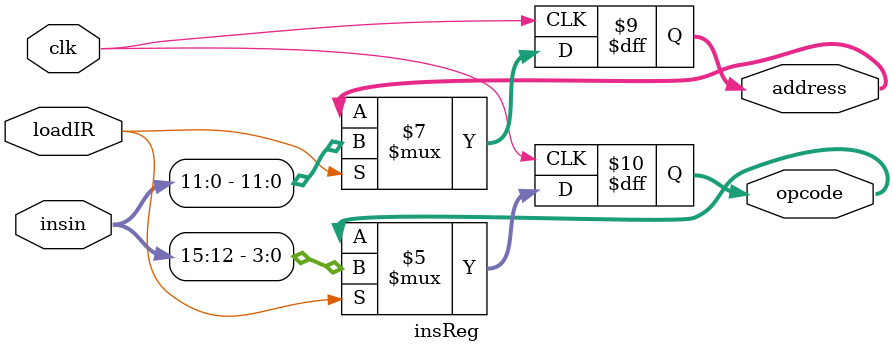
<source format=v>
module insReg(clk, loadIR, insin, address, opcode);
input clk;
input loadIR;
input [15:0] insin;
output [11:0] address;
output [3:0] opcode;

reg [11:0] address;
reg [3:0] opcode;
reg [15:0] temp;

// Instruction format:
// [15:12] - opcode
// [11:0]  - address/immediate

always @(posedge clk)
begin
	if (loadIR == 1) begin
		temp <= insin;
		opcode <= insin[15:12];
		address <= insin[11:0];
	end
end
endmodule

</source>
